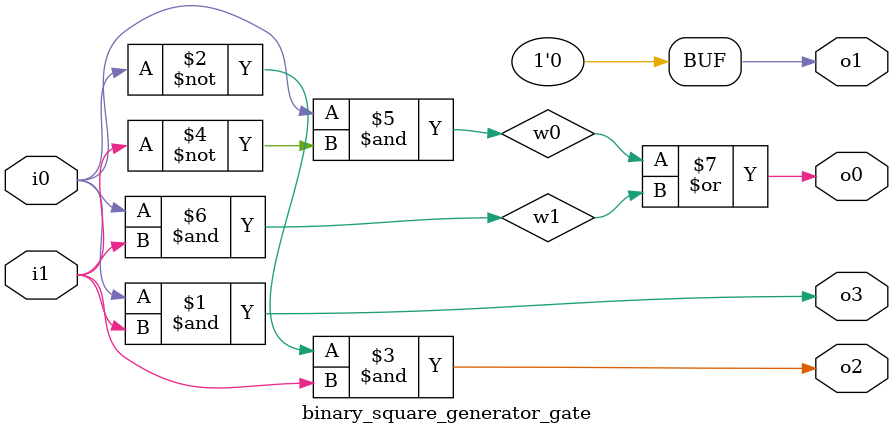
<source format=v>
module binary_square_generator_gate (i0, i1, o0, o1, o2, o3);

input i0, i1;
output o0, o1, o2, o3;
wire w0, w1;

and(o3, i0, i1);
and(o2, ~i0, i1);
and(o1, 0, 0);
and(w0, i0, ~i1);
and(w1, i0, i1);
or(o0, w0, w1);

endmodule // binary_square_generator_gate

</source>
